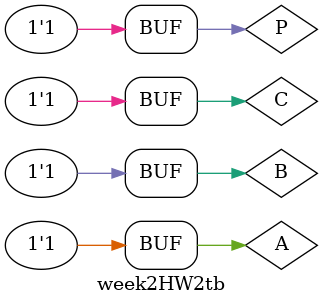
<source format=v>
`timescale 1ns / 1ps          //12181457 ±è¹ü¼ö Week2HW1


module week2HW2tb();
    reg A, B, C, P;             //reg A, B, C, P
    wire Cp;                    //wire Cp
    
    week2HW2 uut(
    .A(A),
    .B(B),
    .C(C),
    .P(P),
   
    .Cp(Cp)
    );
initial begin
        A=0; B=0; C=0; P=0;     //0000
#50     A=0; B=0; C=0; P=1;     //0001
#50     A=0; B=0; C=1; P=0;     //0010
#50     A=0; B=0; C=1; P=1;     //0011
#50     A=0; B=1; C=0; P=0;     //0100
#50     A=0; B=1; C=0; P=1;     //0101
#50     A=0; B=1; C=1; P=0;     //0110
#50     A=0; B=1; C=1; P=1;     //0111
#50     A=1; B=0; C=0; P=0;     //1000
#50     A=1; B=0; C=0; P=1;     //1001
#50     A=1; B=0; C=1; P=0;     //1010
#50     A=1; B=0; C=1; P=1;     //1011
#50     A=1; B=1; C=0; P=0;     //1100
#50     A=1; B=1; C=0; P=1;     //1101
#50     A=1; B=1; C=1; P=0;     //1110
#50     A=1; B=1; C=1; P=1;     //1111
end

endmodule

</source>
